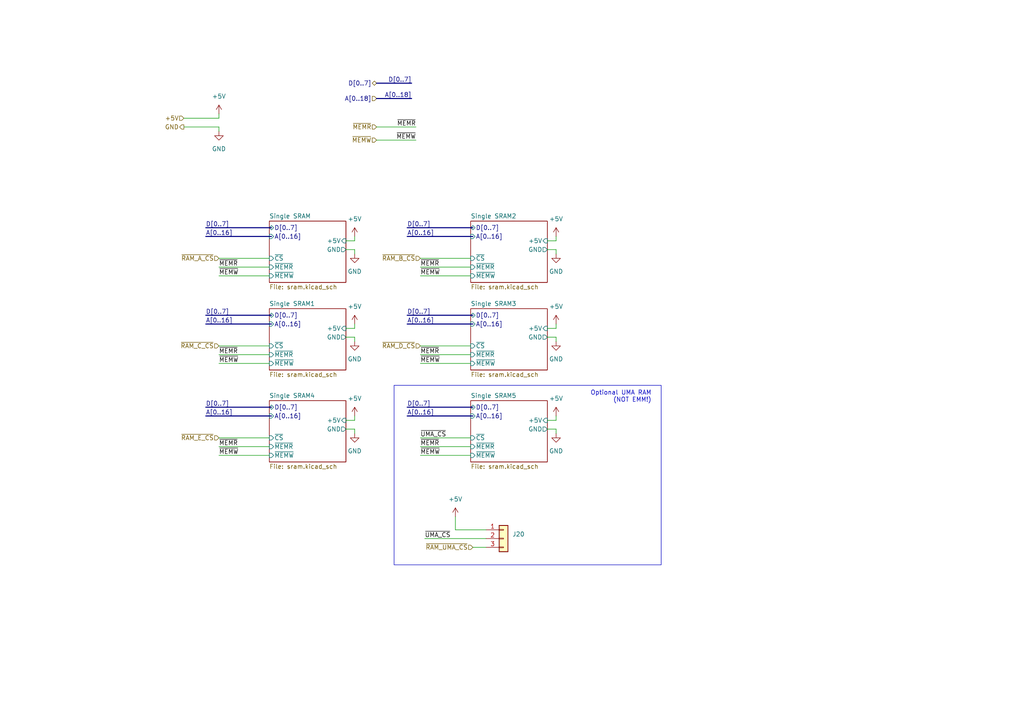
<source format=kicad_sch>
(kicad_sch
	(version 20231120)
	(generator "eeschema")
	(generator_version "8.0")
	(uuid "c80cb149-d59a-4286-8a1d-49dd5994497b")
	(paper "A4")
	(lib_symbols
		(symbol "Connector_Generic:Conn_01x03"
			(pin_names
				(offset 1.016) hide)
			(exclude_from_sim no)
			(in_bom yes)
			(on_board yes)
			(property "Reference" "J"
				(at 0 5.08 0)
				(effects
					(font
						(size 1.27 1.27)
					)
				)
			)
			(property "Value" "Conn_01x03"
				(at 0 -5.08 0)
				(effects
					(font
						(size 1.27 1.27)
					)
				)
			)
			(property "Footprint" ""
				(at 0 0 0)
				(effects
					(font
						(size 1.27 1.27)
					)
					(hide yes)
				)
			)
			(property "Datasheet" "~"
				(at 0 0 0)
				(effects
					(font
						(size 1.27 1.27)
					)
					(hide yes)
				)
			)
			(property "Description" "Generic connector, single row, 01x03, script generated (kicad-library-utils/schlib/autogen/connector/)"
				(at 0 0 0)
				(effects
					(font
						(size 1.27 1.27)
					)
					(hide yes)
				)
			)
			(property "ki_keywords" "connector"
				(at 0 0 0)
				(effects
					(font
						(size 1.27 1.27)
					)
					(hide yes)
				)
			)
			(property "ki_fp_filters" "Connector*:*_1x??_*"
				(at 0 0 0)
				(effects
					(font
						(size 1.27 1.27)
					)
					(hide yes)
				)
			)
			(symbol "Conn_01x03_1_1"
				(rectangle
					(start -1.27 -2.413)
					(end 0 -2.667)
					(stroke
						(width 0.1524)
						(type default)
					)
					(fill
						(type none)
					)
				)
				(rectangle
					(start -1.27 0.127)
					(end 0 -0.127)
					(stroke
						(width 0.1524)
						(type default)
					)
					(fill
						(type none)
					)
				)
				(rectangle
					(start -1.27 2.667)
					(end 0 2.413)
					(stroke
						(width 0.1524)
						(type default)
					)
					(fill
						(type none)
					)
				)
				(rectangle
					(start -1.27 3.81)
					(end 1.27 -3.81)
					(stroke
						(width 0.254)
						(type default)
					)
					(fill
						(type background)
					)
				)
				(pin passive line
					(at -5.08 2.54 0)
					(length 3.81)
					(name "Pin_1"
						(effects
							(font
								(size 1.27 1.27)
							)
						)
					)
					(number "1"
						(effects
							(font
								(size 1.27 1.27)
							)
						)
					)
				)
				(pin passive line
					(at -5.08 0 0)
					(length 3.81)
					(name "Pin_2"
						(effects
							(font
								(size 1.27 1.27)
							)
						)
					)
					(number "2"
						(effects
							(font
								(size 1.27 1.27)
							)
						)
					)
				)
				(pin passive line
					(at -5.08 -2.54 0)
					(length 3.81)
					(name "Pin_3"
						(effects
							(font
								(size 1.27 1.27)
							)
						)
					)
					(number "3"
						(effects
							(font
								(size 1.27 1.27)
							)
						)
					)
				)
			)
		)
		(symbol "power:+5V"
			(power)
			(pin_names
				(offset 0)
			)
			(exclude_from_sim no)
			(in_bom yes)
			(on_board yes)
			(property "Reference" "#PWR"
				(at 0 -3.81 0)
				(effects
					(font
						(size 1.27 1.27)
					)
					(hide yes)
				)
			)
			(property "Value" "+5V"
				(at 0 3.556 0)
				(effects
					(font
						(size 1.27 1.27)
					)
				)
			)
			(property "Footprint" ""
				(at 0 0 0)
				(effects
					(font
						(size 1.27 1.27)
					)
					(hide yes)
				)
			)
			(property "Datasheet" ""
				(at 0 0 0)
				(effects
					(font
						(size 1.27 1.27)
					)
					(hide yes)
				)
			)
			(property "Description" "Power symbol creates a global label with name \"+5V\""
				(at 0 0 0)
				(effects
					(font
						(size 1.27 1.27)
					)
					(hide yes)
				)
			)
			(property "ki_keywords" "global power"
				(at 0 0 0)
				(effects
					(font
						(size 1.27 1.27)
					)
					(hide yes)
				)
			)
			(symbol "+5V_0_1"
				(polyline
					(pts
						(xy -0.762 1.27) (xy 0 2.54)
					)
					(stroke
						(width 0)
						(type default)
					)
					(fill
						(type none)
					)
				)
				(polyline
					(pts
						(xy 0 0) (xy 0 2.54)
					)
					(stroke
						(width 0)
						(type default)
					)
					(fill
						(type none)
					)
				)
				(polyline
					(pts
						(xy 0 2.54) (xy 0.762 1.27)
					)
					(stroke
						(width 0)
						(type default)
					)
					(fill
						(type none)
					)
				)
			)
			(symbol "+5V_1_1"
				(pin power_in line
					(at 0 0 90)
					(length 0) hide
					(name "+5V"
						(effects
							(font
								(size 1.27 1.27)
							)
						)
					)
					(number "1"
						(effects
							(font
								(size 1.27 1.27)
							)
						)
					)
				)
			)
		)
		(symbol "power:GND"
			(power)
			(pin_names
				(offset 0)
			)
			(exclude_from_sim no)
			(in_bom yes)
			(on_board yes)
			(property "Reference" "#PWR"
				(at 0 -6.35 0)
				(effects
					(font
						(size 1.27 1.27)
					)
					(hide yes)
				)
			)
			(property "Value" "GND"
				(at 0 -3.81 0)
				(effects
					(font
						(size 1.27 1.27)
					)
				)
			)
			(property "Footprint" ""
				(at 0 0 0)
				(effects
					(font
						(size 1.27 1.27)
					)
					(hide yes)
				)
			)
			(property "Datasheet" ""
				(at 0 0 0)
				(effects
					(font
						(size 1.27 1.27)
					)
					(hide yes)
				)
			)
			(property "Description" "Power symbol creates a global label with name \"GND\" , ground"
				(at 0 0 0)
				(effects
					(font
						(size 1.27 1.27)
					)
					(hide yes)
				)
			)
			(property "ki_keywords" "global power"
				(at 0 0 0)
				(effects
					(font
						(size 1.27 1.27)
					)
					(hide yes)
				)
			)
			(symbol "GND_0_1"
				(polyline
					(pts
						(xy 0 0) (xy 0 -1.27) (xy 1.27 -1.27) (xy 0 -2.54) (xy -1.27 -1.27) (xy 0 -1.27)
					)
					(stroke
						(width 0)
						(type default)
					)
					(fill
						(type none)
					)
				)
			)
			(symbol "GND_1_1"
				(pin power_in line
					(at 0 0 270)
					(length 0) hide
					(name "GND"
						(effects
							(font
								(size 1.27 1.27)
							)
						)
					)
					(number "1"
						(effects
							(font
								(size 1.27 1.27)
							)
						)
					)
				)
			)
		)
	)
	(wire
		(pts
			(xy 161.29 69.85) (xy 161.29 68.58)
		)
		(stroke
			(width 0)
			(type default)
		)
		(uuid "02b15d3b-492c-47a7-ab7b-5653e89dd125")
	)
	(wire
		(pts
			(xy 63.5 77.47) (xy 78.105 77.47)
		)
		(stroke
			(width 0)
			(type default)
		)
		(uuid "02d631bb-7bff-4305-92af-9e98e9af850a")
	)
	(wire
		(pts
			(xy 100.33 95.25) (xy 102.87 95.25)
		)
		(stroke
			(width 0)
			(type default)
		)
		(uuid "0ac83c34-79d7-4937-a1a4-340df15cf2d4")
	)
	(bus
		(pts
			(xy 109.22 28.575) (xy 119.38 28.575)
		)
		(stroke
			(width 0)
			(type default)
		)
		(uuid "12868d05-d9d0-4cce-823a-7a33db41f29e")
	)
	(bus
		(pts
			(xy 118.11 66.04) (xy 137.16 66.04)
		)
		(stroke
			(width 0)
			(type default)
		)
		(uuid "16592825-0720-4b0c-b7f7-a5e62b6a8ddb")
	)
	(bus
		(pts
			(xy 118.11 93.98) (xy 137.16 93.98)
		)
		(stroke
			(width 0)
			(type default)
		)
		(uuid "19cbc593-ac8f-4d4e-afe8-8a5dba07312c")
	)
	(wire
		(pts
			(xy 102.87 95.25) (xy 102.87 93.98)
		)
		(stroke
			(width 0)
			(type default)
		)
		(uuid "1ef374a0-c560-4b6f-a516-f61bc5a1a89f")
	)
	(wire
		(pts
			(xy 161.29 72.39) (xy 161.29 73.66)
		)
		(stroke
			(width 0)
			(type default)
		)
		(uuid "21f2d742-d467-41c0-b31c-0e54a06f8bd7")
	)
	(wire
		(pts
			(xy 100.33 121.92) (xy 102.87 121.92)
		)
		(stroke
			(width 0)
			(type default)
		)
		(uuid "26f804e6-8333-4439-910f-c5e663b31596")
	)
	(wire
		(pts
			(xy 121.92 77.47) (xy 136.525 77.47)
		)
		(stroke
			(width 0)
			(type default)
		)
		(uuid "273ee1e3-bb1e-4ed1-961d-0fe8bfc31afd")
	)
	(wire
		(pts
			(xy 100.33 72.39) (xy 102.87 72.39)
		)
		(stroke
			(width 0)
			(type default)
		)
		(uuid "2973d781-2153-4027-9fda-3d3ffbddb80f")
	)
	(bus
		(pts
			(xy 59.69 68.58) (xy 78.74 68.58)
		)
		(stroke
			(width 0)
			(type default)
		)
		(uuid "2ca5417a-9712-4c5e-848f-7b05904d12a4")
	)
	(wire
		(pts
			(xy 121.92 132.08) (xy 136.525 132.08)
		)
		(stroke
			(width 0)
			(type default)
		)
		(uuid "33d19c53-2a22-4b9f-8dcc-4d989ac9e9af")
	)
	(bus
		(pts
			(xy 109.22 24.13) (xy 119.38 24.13)
		)
		(stroke
			(width 0)
			(type default)
		)
		(uuid "36172b30-c4bd-4f9a-9c29-b20b4104553c")
	)
	(wire
		(pts
			(xy 121.92 80.01) (xy 136.525 80.01)
		)
		(stroke
			(width 0)
			(type default)
		)
		(uuid "3b62dee7-1067-40e7-8db1-a028f70f4892")
	)
	(wire
		(pts
			(xy 121.92 74.93) (xy 136.525 74.93)
		)
		(stroke
			(width 0)
			(type default)
		)
		(uuid "3d7df9f5-2279-4355-9e54-1a138716aeb6")
	)
	(wire
		(pts
			(xy 158.75 97.79) (xy 161.29 97.79)
		)
		(stroke
			(width 0)
			(type default)
		)
		(uuid "3dee1674-d97a-4cf3-8caf-e0ffe091e959")
	)
	(wire
		(pts
			(xy 123.19 156.21) (xy 140.97 156.21)
		)
		(stroke
			(width 0)
			(type default)
		)
		(uuid "3f486071-e990-4316-b6cd-c36950db1417")
	)
	(wire
		(pts
			(xy 63.5 36.83) (xy 63.5 38.1)
		)
		(stroke
			(width 0)
			(type default)
		)
		(uuid "43fa1e72-0633-45f3-8ef9-ae38333a1e97")
	)
	(bus
		(pts
			(xy 118.11 68.58) (xy 137.16 68.58)
		)
		(stroke
			(width 0)
			(type default)
		)
		(uuid "45a7a839-6d92-4f2c-92d3-d35cd18475a4")
	)
	(bus
		(pts
			(xy 59.69 93.98) (xy 78.74 93.98)
		)
		(stroke
			(width 0)
			(type default)
		)
		(uuid "48287f21-9534-45d8-8b17-ee6c8e06e941")
	)
	(wire
		(pts
			(xy 161.29 97.79) (xy 161.29 99.06)
		)
		(stroke
			(width 0)
			(type default)
		)
		(uuid "51a1fd61-d50e-48ca-ae82-0dc6aeda2724")
	)
	(wire
		(pts
			(xy 132.08 153.67) (xy 140.97 153.67)
		)
		(stroke
			(width 0)
			(type default)
		)
		(uuid "5da6768a-4d7a-4c95-b7e8-1acabff25a83")
	)
	(wire
		(pts
			(xy 63.5 132.08) (xy 78.105 132.08)
		)
		(stroke
			(width 0)
			(type default)
		)
		(uuid "5eb5189a-592e-4128-a6bf-9fdb232cb09d")
	)
	(wire
		(pts
			(xy 158.75 121.92) (xy 161.29 121.92)
		)
		(stroke
			(width 0)
			(type default)
		)
		(uuid "6432b1ac-d783-40aa-af0e-9d19bad699bf")
	)
	(wire
		(pts
			(xy 63.5 105.41) (xy 78.105 105.41)
		)
		(stroke
			(width 0)
			(type default)
		)
		(uuid "68867814-1428-4a6e-aa82-28ebc463302f")
	)
	(bus
		(pts
			(xy 59.69 91.44) (xy 78.74 91.44)
		)
		(stroke
			(width 0)
			(type default)
		)
		(uuid "69064093-8b21-4232-8b51-e0fdb2819a33")
	)
	(wire
		(pts
			(xy 161.29 121.92) (xy 161.29 120.65)
		)
		(stroke
			(width 0)
			(type default)
		)
		(uuid "6a98587c-7cce-4bbe-a1ad-31b85ae22263")
	)
	(wire
		(pts
			(xy 121.92 127) (xy 136.525 127)
		)
		(stroke
			(width 0)
			(type default)
		)
		(uuid "6b8b0904-8c5d-432b-a083-04f31d582148")
	)
	(wire
		(pts
			(xy 109.22 36.83) (xy 120.65 36.83)
		)
		(stroke
			(width 0)
			(type default)
		)
		(uuid "6e2adfbc-27e1-484a-9cf1-6356679b7728")
	)
	(wire
		(pts
			(xy 109.22 40.64) (xy 120.65 40.64)
		)
		(stroke
			(width 0)
			(type default)
		)
		(uuid "6e85ebb9-3187-4376-af65-267a9ae07fce")
	)
	(wire
		(pts
			(xy 121.92 100.33) (xy 136.525 100.33)
		)
		(stroke
			(width 0)
			(type default)
		)
		(uuid "6faee922-7890-4cde-b22f-47ca64eb4eec")
	)
	(wire
		(pts
			(xy 161.29 124.46) (xy 161.29 125.73)
		)
		(stroke
			(width 0)
			(type default)
		)
		(uuid "73c3d386-a5c1-4666-b3f7-dba36bec0387")
	)
	(wire
		(pts
			(xy 100.33 124.46) (xy 102.87 124.46)
		)
		(stroke
			(width 0)
			(type default)
		)
		(uuid "73d0ec36-9330-42e0-9386-60a31d2c31fa")
	)
	(bus
		(pts
			(xy 118.11 91.44) (xy 137.16 91.44)
		)
		(stroke
			(width 0)
			(type default)
		)
		(uuid "7ac2a405-b871-4784-a710-f4aad06f199e")
	)
	(wire
		(pts
			(xy 63.5 100.33) (xy 78.105 100.33)
		)
		(stroke
			(width 0)
			(type default)
		)
		(uuid "82665652-42b8-4add-ae70-5b114196b8c8")
	)
	(bus
		(pts
			(xy 118.11 118.11) (xy 137.16 118.11)
		)
		(stroke
			(width 0)
			(type default)
		)
		(uuid "83f6d793-df05-4c89-8be5-cad3c53a3d16")
	)
	(wire
		(pts
			(xy 102.87 72.39) (xy 102.87 73.66)
		)
		(stroke
			(width 0)
			(type default)
		)
		(uuid "8e569522-ff04-43bf-8559-8af97fa8db84")
	)
	(wire
		(pts
			(xy 102.87 121.92) (xy 102.87 120.65)
		)
		(stroke
			(width 0)
			(type default)
		)
		(uuid "91449d83-1635-447e-b86f-c4a3658f3bd0")
	)
	(wire
		(pts
			(xy 158.75 124.46) (xy 161.29 124.46)
		)
		(stroke
			(width 0)
			(type default)
		)
		(uuid "9a5dd82c-ded0-43cb-a0d1-cb69f276df40")
	)
	(wire
		(pts
			(xy 63.5 127) (xy 78.105 127)
		)
		(stroke
			(width 0)
			(type default)
		)
		(uuid "9b9d6e7e-703e-48b5-b92f-2bd15bcbc389")
	)
	(wire
		(pts
			(xy 132.08 149.86) (xy 132.08 153.67)
		)
		(stroke
			(width 0)
			(type default)
		)
		(uuid "a002685a-b2dc-44c5-b18d-ccbb38025d7a")
	)
	(wire
		(pts
			(xy 121.92 102.87) (xy 136.525 102.87)
		)
		(stroke
			(width 0)
			(type default)
		)
		(uuid "a325c83b-a9fe-4c7d-93a8-354dd0c24c17")
	)
	(bus
		(pts
			(xy 59.69 66.04) (xy 78.74 66.04)
		)
		(stroke
			(width 0)
			(type default)
		)
		(uuid "a64621eb-6536-4a12-9a05-013f6c8cfd8d")
	)
	(wire
		(pts
			(xy 63.5 74.93) (xy 78.105 74.93)
		)
		(stroke
			(width 0)
			(type default)
		)
		(uuid "a8d7349f-b397-4823-8161-ee2519692f1f")
	)
	(wire
		(pts
			(xy 137.16 158.75) (xy 140.97 158.75)
		)
		(stroke
			(width 0)
			(type default)
		)
		(uuid "ad299b8b-a880-4a6c-9ab1-f5a767b53484")
	)
	(wire
		(pts
			(xy 158.75 95.25) (xy 161.29 95.25)
		)
		(stroke
			(width 0)
			(type default)
		)
		(uuid "adc6c063-615a-41ca-b96a-b54e7cc0a2ce")
	)
	(wire
		(pts
			(xy 53.34 34.29) (xy 63.5 34.29)
		)
		(stroke
			(width 0)
			(type default)
		)
		(uuid "b0c8868f-6335-46b0-8391-5e6bd64b162a")
	)
	(bus
		(pts
			(xy 118.11 120.65) (xy 137.16 120.65)
		)
		(stroke
			(width 0)
			(type default)
		)
		(uuid "b12575ca-23e7-4260-91c5-eab04993dc48")
	)
	(wire
		(pts
			(xy 102.87 69.85) (xy 102.87 68.58)
		)
		(stroke
			(width 0)
			(type default)
		)
		(uuid "b56aaa0d-3320-4acc-80d1-832a729125c5")
	)
	(wire
		(pts
			(xy 102.87 124.46) (xy 102.87 125.73)
		)
		(stroke
			(width 0)
			(type default)
		)
		(uuid "bb009e50-afb5-4ada-9908-3f6c49152c6b")
	)
	(wire
		(pts
			(xy 121.92 105.41) (xy 136.525 105.41)
		)
		(stroke
			(width 0)
			(type default)
		)
		(uuid "be1cd724-bd35-464f-afd7-913241f3f791")
	)
	(wire
		(pts
			(xy 158.75 69.85) (xy 161.29 69.85)
		)
		(stroke
			(width 0)
			(type default)
		)
		(uuid "cb00ef6c-f271-4f23-8aa9-43deece854dd")
	)
	(wire
		(pts
			(xy 63.5 129.54) (xy 78.105 129.54)
		)
		(stroke
			(width 0)
			(type default)
		)
		(uuid "d03f5bdf-d31d-414b-83b0-a7961634d980")
	)
	(bus
		(pts
			(xy 59.69 120.65) (xy 78.74 120.65)
		)
		(stroke
			(width 0)
			(type default)
		)
		(uuid "d89e5293-9d14-4009-8648-f1bf17103e16")
	)
	(wire
		(pts
			(xy 63.5 34.29) (xy 63.5 33.02)
		)
		(stroke
			(width 0)
			(type default)
		)
		(uuid "de1fbb63-3197-41aa-ab7d-cf6765f9bb6d")
	)
	(wire
		(pts
			(xy 63.5 102.87) (xy 78.105 102.87)
		)
		(stroke
			(width 0)
			(type default)
		)
		(uuid "e971407b-0534-493d-a088-f103a34ccc2e")
	)
	(wire
		(pts
			(xy 161.29 95.25) (xy 161.29 93.98)
		)
		(stroke
			(width 0)
			(type default)
		)
		(uuid "ea5fad5a-f1c3-46bb-9c75-16607e30bbbe")
	)
	(wire
		(pts
			(xy 53.34 36.83) (xy 63.5 36.83)
		)
		(stroke
			(width 0)
			(type default)
		)
		(uuid "eb88d9f1-a0a7-4778-9ac6-341ff6d9b74b")
	)
	(wire
		(pts
			(xy 63.5 80.01) (xy 78.105 80.01)
		)
		(stroke
			(width 0)
			(type default)
		)
		(uuid "ed18325c-58a1-4c97-95e3-35173a9c9b09")
	)
	(wire
		(pts
			(xy 102.87 97.79) (xy 102.87 99.06)
		)
		(stroke
			(width 0)
			(type default)
		)
		(uuid "eec47f2e-72c0-43a3-8844-acd14c2f0021")
	)
	(wire
		(pts
			(xy 100.33 69.85) (xy 102.87 69.85)
		)
		(stroke
			(width 0)
			(type default)
		)
		(uuid "ef89ff66-4da0-4956-9f34-50cc0142546a")
	)
	(bus
		(pts
			(xy 59.69 118.11) (xy 78.74 118.11)
		)
		(stroke
			(width 0)
			(type default)
		)
		(uuid "f2b6c3b4-c603-4a8f-a90b-163938f72c34")
	)
	(wire
		(pts
			(xy 100.33 97.79) (xy 102.87 97.79)
		)
		(stroke
			(width 0)
			(type default)
		)
		(uuid "f2fce430-c685-4111-95d0-3f6b9c7feea0")
	)
	(wire
		(pts
			(xy 121.92 129.54) (xy 136.525 129.54)
		)
		(stroke
			(width 0)
			(type default)
		)
		(uuid "f36e696e-359e-451a-bd34-73ebbe6d52fd")
	)
	(wire
		(pts
			(xy 158.75 72.39) (xy 161.29 72.39)
		)
		(stroke
			(width 0)
			(type default)
		)
		(uuid "f8b0be5d-da21-49d8-8667-73f5247c39ce")
	)
	(rectangle
		(start 114.3 111.76)
		(end 191.77 163.83)
		(stroke
			(width 0)
			(type default)
		)
		(fill
			(type none)
		)
		(uuid 34719d50-886c-479a-8f98-dc46a2927e53)
	)
	(text "Optional UMA RAM\n(NOT EMM!)"
		(exclude_from_sim no)
		(at 188.976 115.062 0)
		(effects
			(font
				(size 1.27 1.27)
			)
			(justify right)
		)
		(uuid "5bd82cc5-bac7-4f85-b824-3eb87c0497ef")
	)
	(label "A[0..16]"
		(at 118.11 68.58 0)
		(fields_autoplaced yes)
		(effects
			(font
				(size 1.27 1.27)
			)
			(justify left bottom)
		)
		(uuid "098a5ac0-0de7-40cd-ae2c-84adca64cdd3")
	)
	(label "~{MEMW}"
		(at 121.92 132.08 0)
		(fields_autoplaced yes)
		(effects
			(font
				(size 1.27 1.27)
			)
			(justify left bottom)
		)
		(uuid "0bc2c172-a5ad-45c6-aeb1-36c77deb1471")
	)
	(label "D[0..7]"
		(at 118.11 66.04 0)
		(fields_autoplaced yes)
		(effects
			(font
				(size 1.27 1.27)
			)
			(justify left bottom)
		)
		(uuid "0df94986-49ed-45ab-80e8-bfd3f6128fd6")
	)
	(label "~{MEMR}"
		(at 121.92 102.87 0)
		(fields_autoplaced yes)
		(effects
			(font
				(size 1.27 1.27)
			)
			(justify left bottom)
		)
		(uuid "10eca1eb-bb2e-4e68-836a-03916f4efc3d")
	)
	(label "~{MEMW}"
		(at 121.92 80.01 0)
		(fields_autoplaced yes)
		(effects
			(font
				(size 1.27 1.27)
			)
			(justify left bottom)
		)
		(uuid "12036d9f-da95-42d9-8187-8dec9717e5bd")
	)
	(label "A[0..16]"
		(at 59.69 93.98 0)
		(fields_autoplaced yes)
		(effects
			(font
				(size 1.27 1.27)
			)
			(justify left bottom)
		)
		(uuid "15b533fd-56eb-4cb4-bc41-f51a620c002a")
	)
	(label "~{MEMW}"
		(at 121.92 105.41 0)
		(fields_autoplaced yes)
		(effects
			(font
				(size 1.27 1.27)
			)
			(justify left bottom)
		)
		(uuid "1e99afb3-e834-4182-988f-a3e87dbede25")
	)
	(label "~{MEMR}"
		(at 63.5 102.87 0)
		(fields_autoplaced yes)
		(effects
			(font
				(size 1.27 1.27)
			)
			(justify left bottom)
		)
		(uuid "46dac14c-c3a4-471a-8893-e1143257484b")
	)
	(label "D[0..7]"
		(at 59.69 91.44 0)
		(fields_autoplaced yes)
		(effects
			(font
				(size 1.27 1.27)
			)
			(justify left bottom)
		)
		(uuid "5741b147-e4c2-4348-b844-62d8476f4764")
	)
	(label "~{MEMR}"
		(at 120.65 36.83 180)
		(fields_autoplaced yes)
		(effects
			(font
				(size 1.27 1.27)
			)
			(justify right bottom)
		)
		(uuid "619ef0f1-36d4-4fa5-83fe-8db657fcc366")
	)
	(label "D[0..7]"
		(at 59.69 66.04 0)
		(fields_autoplaced yes)
		(effects
			(font
				(size 1.27 1.27)
			)
			(justify left bottom)
		)
		(uuid "682164c3-323e-4a2a-a507-5af4262a719b")
	)
	(label "A[0..16]"
		(at 118.11 120.65 0)
		(fields_autoplaced yes)
		(effects
			(font
				(size 1.27 1.27)
			)
			(justify left bottom)
		)
		(uuid "69881f41-59f0-4de9-8e98-957b37a69503")
	)
	(label "A[0..18]"
		(at 119.38 28.575 180)
		(fields_autoplaced yes)
		(effects
			(font
				(size 1.27 1.27)
			)
			(justify right bottom)
		)
		(uuid "771a1827-35ae-4a04-92be-f571c0c9db3f")
	)
	(label "A[0..16]"
		(at 118.11 93.98 0)
		(fields_autoplaced yes)
		(effects
			(font
				(size 1.27 1.27)
			)
			(justify left bottom)
		)
		(uuid "8811f007-6c34-4863-a7bb-3c5f55d5081f")
	)
	(label "D[0..7]"
		(at 118.11 118.11 0)
		(fields_autoplaced yes)
		(effects
			(font
				(size 1.27 1.27)
			)
			(justify left bottom)
		)
		(uuid "8dba1663-bb95-41d3-9c99-82c996f521f5")
	)
	(label "~{MEMR}"
		(at 63.5 129.54 0)
		(fields_autoplaced yes)
		(effects
			(font
				(size 1.27 1.27)
			)
			(justify left bottom)
		)
		(uuid "92b5bde4-dc50-4316-879b-f63df4b03435")
	)
	(label "D[0..7]"
		(at 118.11 91.44 0)
		(fields_autoplaced yes)
		(effects
			(font
				(size 1.27 1.27)
			)
			(justify left bottom)
		)
		(uuid "9503f6d8-d59c-429c-92f1-3316c154d203")
	)
	(label "A[0..16]"
		(at 59.69 120.65 0)
		(fields_autoplaced yes)
		(effects
			(font
				(size 1.27 1.27)
			)
			(justify left bottom)
		)
		(uuid "958d97c7-23c1-43e2-9af0-43f48a9b7baf")
	)
	(label "~{UMA_CS}"
		(at 121.92 127 0)
		(fields_autoplaced yes)
		(effects
			(font
				(size 1.27 1.27)
			)
			(justify left bottom)
		)
		(uuid "9f3a6976-22aa-43dc-bd99-792a6edad93b")
	)
	(label "~{MEMW}"
		(at 63.5 132.08 0)
		(fields_autoplaced yes)
		(effects
			(font
				(size 1.27 1.27)
			)
			(justify left bottom)
		)
		(uuid "a10a0183-a088-4fed-a374-7f423d3861af")
	)
	(label "~{MEMW}"
		(at 63.5 80.01 0)
		(fields_autoplaced yes)
		(effects
			(font
				(size 1.27 1.27)
			)
			(justify left bottom)
		)
		(uuid "a4ee53e2-183d-40a6-915c-c02f029ef27f")
	)
	(label "~{MEMR}"
		(at 121.92 77.47 0)
		(fields_autoplaced yes)
		(effects
			(font
				(size 1.27 1.27)
			)
			(justify left bottom)
		)
		(uuid "a8b26a72-104e-4903-a072-e181be499930")
	)
	(label "~{MEMW}"
		(at 120.65 40.64 180)
		(fields_autoplaced yes)
		(effects
			(font
				(size 1.27 1.27)
			)
			(justify right bottom)
		)
		(uuid "aa92e865-9d17-45e6-a6ba-a8bcf3fe0203")
	)
	(label "~{MEMW}"
		(at 63.5 105.41 0)
		(fields_autoplaced yes)
		(effects
			(font
				(size 1.27 1.27)
			)
			(justify left bottom)
		)
		(uuid "b47f4a33-4c0f-4477-bb0a-503432d08726")
	)
	(label "~{UMA_CS}"
		(at 123.19 156.21 0)
		(fields_autoplaced yes)
		(effects
			(font
				(size 1.27 1.27)
			)
			(justify left bottom)
		)
		(uuid "b81e9e41-1d2f-4281-8c98-8cbcc22aa07a")
	)
	(label "D[0..7]"
		(at 119.38 24.13 180)
		(fields_autoplaced yes)
		(effects
			(font
				(size 1.27 1.27)
			)
			(justify right bottom)
		)
		(uuid "e123bc42-4902-43cc-96f8-829d3f544173")
	)
	(label "~{MEMR}"
		(at 121.92 129.54 0)
		(fields_autoplaced yes)
		(effects
			(font
				(size 1.27 1.27)
			)
			(justify left bottom)
		)
		(uuid "e3232940-db2f-4f3f-94e7-f8ae672d1f70")
	)
	(label "~{MEMR}"
		(at 63.5 77.47 0)
		(fields_autoplaced yes)
		(effects
			(font
				(size 1.27 1.27)
			)
			(justify left bottom)
		)
		(uuid "e4f2d1fe-f55e-40dc-9c0d-a3ca974286b1")
	)
	(label "D[0..7]"
		(at 59.69 118.11 0)
		(fields_autoplaced yes)
		(effects
			(font
				(size 1.27 1.27)
			)
			(justify left bottom)
		)
		(uuid "f1ec1369-dfe2-469f-84f2-f23382716527")
	)
	(label "A[0..16]"
		(at 59.69 68.58 0)
		(fields_autoplaced yes)
		(effects
			(font
				(size 1.27 1.27)
			)
			(justify left bottom)
		)
		(uuid "ff7fa03b-3aee-43e7-8a5d-196730ef1607")
	)
	(hierarchical_label "~{RAM_E_CS}"
		(shape input)
		(at 63.5 127 180)
		(fields_autoplaced yes)
		(effects
			(font
				(size 1.27 1.27)
			)
			(justify right)
		)
		(uuid "0ba2ae56-5692-44d3-becd-36d01fee924b")
	)
	(hierarchical_label "~{MEMW}"
		(shape input)
		(at 109.22 40.64 180)
		(fields_autoplaced yes)
		(effects
			(font
				(size 1.27 1.27)
			)
			(justify right)
		)
		(uuid "0f10f364-7708-4b1f-b636-fe1dbde993ab")
	)
	(hierarchical_label "~{RAM_B_CS}"
		(shape input)
		(at 121.92 74.93 180)
		(fields_autoplaced yes)
		(effects
			(font
				(size 1.27 1.27)
			)
			(justify right)
		)
		(uuid "20b8f6ab-f90f-498f-9be8-6d6ec080af36")
	)
	(hierarchical_label "+5V"
		(shape input)
		(at 53.34 34.29 180)
		(fields_autoplaced yes)
		(effects
			(font
				(size 1.27 1.27)
			)
			(justify right)
		)
		(uuid "37ea6d5c-c4f9-44ed-9f1b-44c6e86969d8")
	)
	(hierarchical_label "GND"
		(shape output)
		(at 53.34 36.83 180)
		(fields_autoplaced yes)
		(effects
			(font
				(size 1.27 1.27)
			)
			(justify right)
		)
		(uuid "793aa57f-54e5-4c49-ab9c-bf3971deb906")
	)
	(hierarchical_label "~{RAM_A_CS}"
		(shape input)
		(at 63.5 74.93 180)
		(fields_autoplaced yes)
		(effects
			(font
				(size 1.27 1.27)
			)
			(justify right)
		)
		(uuid "8daa46ef-f3ce-4e4a-aaf9-6b82321429b6")
	)
	(hierarchical_label "~{MEMR}"
		(shape input)
		(at 109.22 36.83 180)
		(fields_autoplaced yes)
		(effects
			(font
				(size 1.27 1.27)
			)
			(justify right)
		)
		(uuid "917a2aa4-2ef5-411e-a6e5-a8832aa04d94")
	)
	(hierarchical_label "~{RAM_UMA_CS}"
		(shape input)
		(at 137.16 158.75 180)
		(fields_autoplaced yes)
		(effects
			(font
				(size 1.27 1.27)
			)
			(justify right)
		)
		(uuid "a19fe89a-3a2b-4992-9d9d-b870c48da548")
	)
	(hierarchical_label "D[0..7]"
		(shape bidirectional)
		(at 109.22 24.13 180)
		(fields_autoplaced yes)
		(effects
			(font
				(size 1.27 1.27)
			)
			(justify right)
		)
		(uuid "d237362d-ab1f-489d-a93c-f4d6a87b246a")
	)
	(hierarchical_label "~{RAM_D_CS}"
		(shape input)
		(at 121.92 100.33 180)
		(fields_autoplaced yes)
		(effects
			(font
				(size 1.27 1.27)
			)
			(justify right)
		)
		(uuid "e05ca2fb-20f1-4ff6-8c82-8feb53aaaf00")
	)
	(hierarchical_label "A[0..18]"
		(shape input)
		(at 109.22 28.575 180)
		(fields_autoplaced yes)
		(effects
			(font
				(size 1.27 1.27)
			)
			(justify right)
		)
		(uuid "eaa5a6a1-13e6-49fc-8316-78cbc158b6c9")
	)
	(hierarchical_label "~{RAM_C_CS}"
		(shape input)
		(at 63.5 100.33 180)
		(fields_autoplaced yes)
		(effects
			(font
				(size 1.27 1.27)
			)
			(justify right)
		)
		(uuid "ededeab4-53b5-40ac-b5cc-b6481038ebcf")
	)
	(symbol
		(lib_id "power:+5V")
		(at 161.29 93.98 0)
		(unit 1)
		(exclude_from_sim no)
		(in_bom yes)
		(on_board yes)
		(dnp no)
		(fields_autoplaced yes)
		(uuid "08dd3ed6-65f7-4417-bf09-3c9a2c745cfe")
		(property "Reference" "#PWR0250"
			(at 161.29 97.79 0)
			(effects
				(font
					(size 1.27 1.27)
				)
				(hide yes)
			)
		)
		(property "Value" "+5V"
			(at 161.29 88.9 0)
			(effects
				(font
					(size 1.27 1.27)
				)
			)
		)
		(property "Footprint" ""
			(at 161.29 93.98 0)
			(effects
				(font
					(size 1.27 1.27)
				)
				(hide yes)
			)
		)
		(property "Datasheet" ""
			(at 161.29 93.98 0)
			(effects
				(font
					(size 1.27 1.27)
				)
				(hide yes)
			)
		)
		(property "Description" ""
			(at 161.29 93.98 0)
			(effects
				(font
					(size 1.27 1.27)
				)
				(hide yes)
			)
		)
		(pin "1"
			(uuid "c67cc3f9-d6c7-4423-a619-3e9cf9f766c5")
		)
		(instances
			(project "sbc_8088"
				(path "/5e468d94-0319-44d1-a77f-2adc451eed13/60e3f5cc-e9a1-4c51-8079-4abea41f3ef6"
					(reference "#PWR0250")
					(unit 1)
				)
			)
		)
	)
	(symbol
		(lib_id "power:GND")
		(at 102.87 99.06 0)
		(unit 1)
		(exclude_from_sim no)
		(in_bom yes)
		(on_board yes)
		(dnp no)
		(fields_autoplaced yes)
		(uuid "15076fdc-48ad-40d4-bf78-72388420c8c3")
		(property "Reference" "#PWR0235"
			(at 102.87 105.41 0)
			(effects
				(font
					(size 1.27 1.27)
				)
				(hide yes)
			)
		)
		(property "Value" "GND"
			(at 102.87 104.14 0)
			(effects
				(font
					(size 1.27 1.27)
				)
			)
		)
		(property "Footprint" ""
			(at 102.87 99.06 0)
			(effects
				(font
					(size 1.27 1.27)
				)
				(hide yes)
			)
		)
		(property "Datasheet" ""
			(at 102.87 99.06 0)
			(effects
				(font
					(size 1.27 1.27)
				)
				(hide yes)
			)
		)
		(property "Description" ""
			(at 102.87 99.06 0)
			(effects
				(font
					(size 1.27 1.27)
				)
				(hide yes)
			)
		)
		(pin "1"
			(uuid "daac1f4b-fa62-4cab-bcdb-3e266ee0e3f6")
		)
		(instances
			(project "sbc_8088"
				(path "/5e468d94-0319-44d1-a77f-2adc451eed13/60e3f5cc-e9a1-4c51-8079-4abea41f3ef6"
					(reference "#PWR0235")
					(unit 1)
				)
			)
		)
	)
	(symbol
		(lib_id "power:+5V")
		(at 132.08 149.86 0)
		(unit 1)
		(exclude_from_sim no)
		(in_bom yes)
		(on_board yes)
		(dnp no)
		(fields_autoplaced yes)
		(uuid "3bbd0896-7d7e-4507-91c3-6a82f6544ff8")
		(property "Reference" "#PWR0395"
			(at 132.08 153.67 0)
			(effects
				(font
					(size 1.27 1.27)
				)
				(hide yes)
			)
		)
		(property "Value" "+5V"
			(at 132.08 144.78 0)
			(effects
				(font
					(size 1.27 1.27)
				)
			)
		)
		(property "Footprint" ""
			(at 132.08 149.86 0)
			(effects
				(font
					(size 1.27 1.27)
				)
				(hide yes)
			)
		)
		(property "Datasheet" ""
			(at 132.08 149.86 0)
			(effects
				(font
					(size 1.27 1.27)
				)
				(hide yes)
			)
		)
		(property "Description" ""
			(at 132.08 149.86 0)
			(effects
				(font
					(size 1.27 1.27)
				)
				(hide yes)
			)
		)
		(pin "1"
			(uuid "30921d4f-f680-44f0-8cab-8594783dfa33")
		)
		(instances
			(project "sbc_8088"
				(path "/5e468d94-0319-44d1-a77f-2adc451eed13/60e3f5cc-e9a1-4c51-8079-4abea41f3ef6"
					(reference "#PWR0395")
					(unit 1)
				)
			)
		)
	)
	(symbol
		(lib_id "Connector_Generic:Conn_01x03")
		(at 146.05 156.21 0)
		(unit 1)
		(exclude_from_sim no)
		(in_bom yes)
		(on_board yes)
		(dnp no)
		(fields_autoplaced yes)
		(uuid "3e1cd2b5-a79e-43ec-acb9-469f4b079710")
		(property "Reference" "J20"
			(at 148.59 154.9399 0)
			(effects
				(font
					(size 1.27 1.27)
				)
				(justify left)
			)
		)
		(property "Value" "Conn_01x03"
			(at 148.59 157.4799 0)
			(effects
				(font
					(size 1.27 1.27)
				)
				(justify left)
				(hide yes)
			)
		)
		(property "Footprint" "Connector_PinHeader_2.54mm:PinHeader_1x03_P2.54mm_Vertical"
			(at 146.05 156.21 0)
			(effects
				(font
					(size 1.27 1.27)
				)
				(hide yes)
			)
		)
		(property "Datasheet" "~"
			(at 146.05 156.21 0)
			(effects
				(font
					(size 1.27 1.27)
				)
				(hide yes)
			)
		)
		(property "Description" "Generic connector, single row, 01x03, script generated (kicad-library-utils/schlib/autogen/connector/)"
			(at 146.05 156.21 0)
			(effects
				(font
					(size 1.27 1.27)
				)
				(hide yes)
			)
		)
		(property "LCSC Part #" "C124376"
			(at 146.05 156.21 0)
			(effects
				(font
					(size 1.27 1.27)
				)
				(hide yes)
			)
		)
		(property "Height" ""
			(at 146.05 156.21 0)
			(effects
				(font
					(size 1.27 1.27)
				)
				(hide yes)
			)
		)
		(property "Manufacturer_Name" ""
			(at 146.05 156.21 0)
			(effects
				(font
					(size 1.27 1.27)
				)
				(hide yes)
			)
		)
		(property "Manufacturer_Part_Number" ""
			(at 146.05 156.21 0)
			(effects
				(font
					(size 1.27 1.27)
				)
				(hide yes)
			)
		)
		(property "Mouser Part Number" ""
			(at 146.05 156.21 0)
			(effects
				(font
					(size 1.27 1.27)
				)
				(hide yes)
			)
		)
		(property "Mouser Price/Stock" ""
			(at 146.05 156.21 0)
			(effects
				(font
					(size 1.27 1.27)
				)
				(hide yes)
			)
		)
		(pin "2"
			(uuid "49926f8a-40b1-4202-9061-027ff0d5ab94")
		)
		(pin "1"
			(uuid "9d790baf-913a-4fc3-8453-e3faa9be7372")
		)
		(pin "3"
			(uuid "9fa08043-92b8-40bc-96ca-5cd9d9286b8d")
		)
		(instances
			(project "sbc_8088"
				(path "/5e468d94-0319-44d1-a77f-2adc451eed13/60e3f5cc-e9a1-4c51-8079-4abea41f3ef6"
					(reference "J20")
					(unit 1)
				)
			)
		)
	)
	(symbol
		(lib_id "power:GND")
		(at 63.5 38.1 0)
		(unit 1)
		(exclude_from_sim no)
		(in_bom yes)
		(on_board yes)
		(dnp no)
		(fields_autoplaced yes)
		(uuid "4322f6b5-04ff-4b1b-b217-3a18a815cc1e")
		(property "Reference" "#PWR0219"
			(at 63.5 44.45 0)
			(effects
				(font
					(size 1.27 1.27)
				)
				(hide yes)
			)
		)
		(property "Value" "GND"
			(at 63.5 43.18 0)
			(effects
				(font
					(size 1.27 1.27)
				)
			)
		)
		(property "Footprint" ""
			(at 63.5 38.1 0)
			(effects
				(font
					(size 1.27 1.27)
				)
				(hide yes)
			)
		)
		(property "Datasheet" ""
			(at 63.5 38.1 0)
			(effects
				(font
					(size 1.27 1.27)
				)
				(hide yes)
			)
		)
		(property "Description" ""
			(at 63.5 38.1 0)
			(effects
				(font
					(size 1.27 1.27)
				)
				(hide yes)
			)
		)
		(pin "1"
			(uuid "608a38e7-cb9f-4818-a981-50e0e6c25753")
		)
		(instances
			(project "sbc_8088"
				(path "/5e468d94-0319-44d1-a77f-2adc451eed13/60e3f5cc-e9a1-4c51-8079-4abea41f3ef6"
					(reference "#PWR0219")
					(unit 1)
				)
			)
		)
	)
	(symbol
		(lib_id "power:+5V")
		(at 63.5 33.02 0)
		(unit 1)
		(exclude_from_sim no)
		(in_bom yes)
		(on_board yes)
		(dnp no)
		(fields_autoplaced yes)
		(uuid "4c04b194-2f9d-402f-a5ce-b8b0f392cd9c")
		(property "Reference" "#PWR0218"
			(at 63.5 36.83 0)
			(effects
				(font
					(size 1.27 1.27)
				)
				(hide yes)
			)
		)
		(property "Value" "+5V"
			(at 63.5 27.94 0)
			(effects
				(font
					(size 1.27 1.27)
				)
			)
		)
		(property "Footprint" ""
			(at 63.5 33.02 0)
			(effects
				(font
					(size 1.27 1.27)
				)
				(hide yes)
			)
		)
		(property "Datasheet" ""
			(at 63.5 33.02 0)
			(effects
				(font
					(size 1.27 1.27)
				)
				(hide yes)
			)
		)
		(property "Description" ""
			(at 63.5 33.02 0)
			(effects
				(font
					(size 1.27 1.27)
				)
				(hide yes)
			)
		)
		(pin "1"
			(uuid "80ba1dae-e5cd-45d8-ab87-dcad67237c52")
		)
		(instances
			(project "sbc_8088"
				(path "/5e468d94-0319-44d1-a77f-2adc451eed13/60e3f5cc-e9a1-4c51-8079-4abea41f3ef6"
					(reference "#PWR0218")
					(unit 1)
				)
			)
		)
	)
	(symbol
		(lib_id "power:GND")
		(at 161.29 125.73 0)
		(unit 1)
		(exclude_from_sim no)
		(in_bom yes)
		(on_board yes)
		(dnp no)
		(fields_autoplaced yes)
		(uuid "645df361-59a3-4b5f-8519-0f7e1a20b4ad")
		(property "Reference" "#PWR0394"
			(at 161.29 132.08 0)
			(effects
				(font
					(size 1.27 1.27)
				)
				(hide yes)
			)
		)
		(property "Value" "GND"
			(at 161.29 130.81 0)
			(effects
				(font
					(size 1.27 1.27)
				)
			)
		)
		(property "Footprint" ""
			(at 161.29 125.73 0)
			(effects
				(font
					(size 1.27 1.27)
				)
				(hide yes)
			)
		)
		(property "Datasheet" ""
			(at 161.29 125.73 0)
			(effects
				(font
					(size 1.27 1.27)
				)
				(hide yes)
			)
		)
		(property "Description" ""
			(at 161.29 125.73 0)
			(effects
				(font
					(size 1.27 1.27)
				)
				(hide yes)
			)
		)
		(pin "1"
			(uuid "154b866b-95e1-4484-ac5e-da15ddf6507e")
		)
		(instances
			(project "sbc_8088"
				(path "/5e468d94-0319-44d1-a77f-2adc451eed13/60e3f5cc-e9a1-4c51-8079-4abea41f3ef6"
					(reference "#PWR0394")
					(unit 1)
				)
			)
		)
	)
	(symbol
		(lib_id "power:GND")
		(at 102.87 73.66 0)
		(unit 1)
		(exclude_from_sim no)
		(in_bom yes)
		(on_board yes)
		(dnp no)
		(fields_autoplaced yes)
		(uuid "69a8c64c-0b94-442a-81ac-2feff11ee513")
		(property "Reference" "#PWR0233"
			(at 102.87 80.01 0)
			(effects
				(font
					(size 1.27 1.27)
				)
				(hide yes)
			)
		)
		(property "Value" "GND"
			(at 102.87 78.74 0)
			(effects
				(font
					(size 1.27 1.27)
				)
			)
		)
		(property "Footprint" ""
			(at 102.87 73.66 0)
			(effects
				(font
					(size 1.27 1.27)
				)
				(hide yes)
			)
		)
		(property "Datasheet" ""
			(at 102.87 73.66 0)
			(effects
				(font
					(size 1.27 1.27)
				)
				(hide yes)
			)
		)
		(property "Description" ""
			(at 102.87 73.66 0)
			(effects
				(font
					(size 1.27 1.27)
				)
				(hide yes)
			)
		)
		(pin "1"
			(uuid "18fb035c-92f1-4730-8a66-29f977ce7348")
		)
		(instances
			(project "sbc_8088"
				(path "/5e468d94-0319-44d1-a77f-2adc451eed13/60e3f5cc-e9a1-4c51-8079-4abea41f3ef6"
					(reference "#PWR0233")
					(unit 1)
				)
			)
		)
	)
	(symbol
		(lib_id "power:GND")
		(at 161.29 99.06 0)
		(unit 1)
		(exclude_from_sim no)
		(in_bom yes)
		(on_board yes)
		(dnp no)
		(fields_autoplaced yes)
		(uuid "a88b4db5-5e9f-4f0e-bded-bfd829d07c3b")
		(property "Reference" "#PWR0251"
			(at 161.29 105.41 0)
			(effects
				(font
					(size 1.27 1.27)
				)
				(hide yes)
			)
		)
		(property "Value" "GND"
			(at 161.29 104.14 0)
			(effects
				(font
					(size 1.27 1.27)
				)
			)
		)
		(property "Footprint" ""
			(at 161.29 99.06 0)
			(effects
				(font
					(size 1.27 1.27)
				)
				(hide yes)
			)
		)
		(property "Datasheet" ""
			(at 161.29 99.06 0)
			(effects
				(font
					(size 1.27 1.27)
				)
				(hide yes)
			)
		)
		(property "Description" ""
			(at 161.29 99.06 0)
			(effects
				(font
					(size 1.27 1.27)
				)
				(hide yes)
			)
		)
		(pin "1"
			(uuid "07e72923-cf58-4129-9c7a-45fac99a87f6")
		)
		(instances
			(project "sbc_8088"
				(path "/5e468d94-0319-44d1-a77f-2adc451eed13/60e3f5cc-e9a1-4c51-8079-4abea41f3ef6"
					(reference "#PWR0251")
					(unit 1)
				)
			)
		)
	)
	(symbol
		(lib_id "power:GND")
		(at 102.87 125.73 0)
		(unit 1)
		(exclude_from_sim no)
		(in_bom yes)
		(on_board yes)
		(dnp no)
		(fields_autoplaced yes)
		(uuid "aae730c2-3bdf-4f44-95bd-af8c4d066073")
		(property "Reference" "#PWR0343"
			(at 102.87 132.08 0)
			(effects
				(font
					(size 1.27 1.27)
				)
				(hide yes)
			)
		)
		(property "Value" "GND"
			(at 102.87 130.81 0)
			(effects
				(font
					(size 1.27 1.27)
				)
			)
		)
		(property "Footprint" ""
			(at 102.87 125.73 0)
			(effects
				(font
					(size 1.27 1.27)
				)
				(hide yes)
			)
		)
		(property "Datasheet" ""
			(at 102.87 125.73 0)
			(effects
				(font
					(size 1.27 1.27)
				)
				(hide yes)
			)
		)
		(property "Description" ""
			(at 102.87 125.73 0)
			(effects
				(font
					(size 1.27 1.27)
				)
				(hide yes)
			)
		)
		(pin "1"
			(uuid "958e0085-1beb-41a1-bab9-01e9d2bb1de3")
		)
		(instances
			(project "sbc_8088"
				(path "/5e468d94-0319-44d1-a77f-2adc451eed13/60e3f5cc-e9a1-4c51-8079-4abea41f3ef6"
					(reference "#PWR0343")
					(unit 1)
				)
			)
		)
	)
	(symbol
		(lib_id "power:+5V")
		(at 161.29 120.65 0)
		(unit 1)
		(exclude_from_sim no)
		(in_bom yes)
		(on_board yes)
		(dnp no)
		(fields_autoplaced yes)
		(uuid "abc4fef9-6993-40fe-bf02-644d372d5d8b")
		(property "Reference" "#PWR0393"
			(at 161.29 124.46 0)
			(effects
				(font
					(size 1.27 1.27)
				)
				(hide yes)
			)
		)
		(property "Value" "+5V"
			(at 161.29 115.57 0)
			(effects
				(font
					(size 1.27 1.27)
				)
			)
		)
		(property "Footprint" ""
			(at 161.29 120.65 0)
			(effects
				(font
					(size 1.27 1.27)
				)
				(hide yes)
			)
		)
		(property "Datasheet" ""
			(at 161.29 120.65 0)
			(effects
				(font
					(size 1.27 1.27)
				)
				(hide yes)
			)
		)
		(property "Description" ""
			(at 161.29 120.65 0)
			(effects
				(font
					(size 1.27 1.27)
				)
				(hide yes)
			)
		)
		(pin "1"
			(uuid "a5dd5270-000f-4f20-b839-6bd18a097de6")
		)
		(instances
			(project "sbc_8088"
				(path "/5e468d94-0319-44d1-a77f-2adc451eed13/60e3f5cc-e9a1-4c51-8079-4abea41f3ef6"
					(reference "#PWR0393")
					(unit 1)
				)
			)
		)
	)
	(symbol
		(lib_id "power:+5V")
		(at 161.29 68.58 0)
		(unit 1)
		(exclude_from_sim no)
		(in_bom yes)
		(on_board yes)
		(dnp no)
		(fields_autoplaced yes)
		(uuid "b5990812-ea59-42a9-a090-3b9795397a26")
		(property "Reference" "#PWR0242"
			(at 161.29 72.39 0)
			(effects
				(font
					(size 1.27 1.27)
				)
				(hide yes)
			)
		)
		(property "Value" "+5V"
			(at 161.29 63.5 0)
			(effects
				(font
					(size 1.27 1.27)
				)
			)
		)
		(property "Footprint" ""
			(at 161.29 68.58 0)
			(effects
				(font
					(size 1.27 1.27)
				)
				(hide yes)
			)
		)
		(property "Datasheet" ""
			(at 161.29 68.58 0)
			(effects
				(font
					(size 1.27 1.27)
				)
				(hide yes)
			)
		)
		(property "Description" ""
			(at 161.29 68.58 0)
			(effects
				(font
					(size 1.27 1.27)
				)
				(hide yes)
			)
		)
		(pin "1"
			(uuid "d4424781-4c3c-4570-ad44-ba73ed29f24b")
		)
		(instances
			(project "sbc_8088"
				(path "/5e468d94-0319-44d1-a77f-2adc451eed13/60e3f5cc-e9a1-4c51-8079-4abea41f3ef6"
					(reference "#PWR0242")
					(unit 1)
				)
			)
		)
	)
	(symbol
		(lib_id "power:GND")
		(at 161.29 73.66 0)
		(unit 1)
		(exclude_from_sim no)
		(in_bom yes)
		(on_board yes)
		(dnp no)
		(fields_autoplaced yes)
		(uuid "d94a0e13-df7a-4cf6-8c60-923280b62a6b")
		(property "Reference" "#PWR0243"
			(at 161.29 80.01 0)
			(effects
				(font
					(size 1.27 1.27)
				)
				(hide yes)
			)
		)
		(property "Value" "GND"
			(at 161.29 78.74 0)
			(effects
				(font
					(size 1.27 1.27)
				)
			)
		)
		(property "Footprint" ""
			(at 161.29 73.66 0)
			(effects
				(font
					(size 1.27 1.27)
				)
				(hide yes)
			)
		)
		(property "Datasheet" ""
			(at 161.29 73.66 0)
			(effects
				(font
					(size 1.27 1.27)
				)
				(hide yes)
			)
		)
		(property "Description" ""
			(at 161.29 73.66 0)
			(effects
				(font
					(size 1.27 1.27)
				)
				(hide yes)
			)
		)
		(pin "1"
			(uuid "1c72df75-407d-4779-848e-835dd415f308")
		)
		(instances
			(project "sbc_8088"
				(path "/5e468d94-0319-44d1-a77f-2adc451eed13/60e3f5cc-e9a1-4c51-8079-4abea41f3ef6"
					(reference "#PWR0243")
					(unit 1)
				)
			)
		)
	)
	(symbol
		(lib_id "power:+5V")
		(at 102.87 120.65 0)
		(unit 1)
		(exclude_from_sim no)
		(in_bom yes)
		(on_board yes)
		(dnp no)
		(fields_autoplaced yes)
		(uuid "ed264092-e32c-45f8-bfad-201b645dc66e")
		(property "Reference" "#PWR0342"
			(at 102.87 124.46 0)
			(effects
				(font
					(size 1.27 1.27)
				)
				(hide yes)
			)
		)
		(property "Value" "+5V"
			(at 102.87 115.57 0)
			(effects
				(font
					(size 1.27 1.27)
				)
			)
		)
		(property "Footprint" ""
			(at 102.87 120.65 0)
			(effects
				(font
					(size 1.27 1.27)
				)
				(hide yes)
			)
		)
		(property "Datasheet" ""
			(at 102.87 120.65 0)
			(effects
				(font
					(size 1.27 1.27)
				)
				(hide yes)
			)
		)
		(property "Description" ""
			(at 102.87 120.65 0)
			(effects
				(font
					(size 1.27 1.27)
				)
				(hide yes)
			)
		)
		(pin "1"
			(uuid "594ae765-45bb-4ed7-a0e4-a434ac6e5ff6")
		)
		(instances
			(project "sbc_8088"
				(path "/5e468d94-0319-44d1-a77f-2adc451eed13/60e3f5cc-e9a1-4c51-8079-4abea41f3ef6"
					(reference "#PWR0342")
					(unit 1)
				)
			)
		)
	)
	(symbol
		(lib_id "power:+5V")
		(at 102.87 68.58 0)
		(unit 1)
		(exclude_from_sim no)
		(in_bom yes)
		(on_board yes)
		(dnp no)
		(fields_autoplaced yes)
		(uuid "f020f148-215b-49f1-9fc5-3afdb319ec76")
		(property "Reference" "#PWR0232"
			(at 102.87 72.39 0)
			(effects
				(font
					(size 1.27 1.27)
				)
				(hide yes)
			)
		)
		(property "Value" "+5V"
			(at 102.87 63.5 0)
			(effects
				(font
					(size 1.27 1.27)
				)
			)
		)
		(property "Footprint" ""
			(at 102.87 68.58 0)
			(effects
				(font
					(size 1.27 1.27)
				)
				(hide yes)
			)
		)
		(property "Datasheet" ""
			(at 102.87 68.58 0)
			(effects
				(font
					(size 1.27 1.27)
				)
				(hide yes)
			)
		)
		(property "Description" ""
			(at 102.87 68.58 0)
			(effects
				(font
					(size 1.27 1.27)
				)
				(hide yes)
			)
		)
		(pin "1"
			(uuid "d129fed9-8b84-4a4d-94c6-193b18487358")
		)
		(instances
			(project "sbc_8088"
				(path "/5e468d94-0319-44d1-a77f-2adc451eed13/60e3f5cc-e9a1-4c51-8079-4abea41f3ef6"
					(reference "#PWR0232")
					(unit 1)
				)
			)
		)
	)
	(symbol
		(lib_id "power:+5V")
		(at 102.87 93.98 0)
		(unit 1)
		(exclude_from_sim no)
		(in_bom yes)
		(on_board yes)
		(dnp no)
		(fields_autoplaced yes)
		(uuid "f35215b1-2629-4dff-8bc6-5c577da3073c")
		(property "Reference" "#PWR0234"
			(at 102.87 97.79 0)
			(effects
				(font
					(size 1.27 1.27)
				)
				(hide yes)
			)
		)
		(property "Value" "+5V"
			(at 102.87 88.9 0)
			(effects
				(font
					(size 1.27 1.27)
				)
			)
		)
		(property "Footprint" ""
			(at 102.87 93.98 0)
			(effects
				(font
					(size 1.27 1.27)
				)
				(hide yes)
			)
		)
		(property "Datasheet" ""
			(at 102.87 93.98 0)
			(effects
				(font
					(size 1.27 1.27)
				)
				(hide yes)
			)
		)
		(property "Description" ""
			(at 102.87 93.98 0)
			(effects
				(font
					(size 1.27 1.27)
				)
				(hide yes)
			)
		)
		(pin "1"
			(uuid "63e1ff84-5557-4c37-90f8-dfc5955e653e")
		)
		(instances
			(project "sbc_8088"
				(path "/5e468d94-0319-44d1-a77f-2adc451eed13/60e3f5cc-e9a1-4c51-8079-4abea41f3ef6"
					(reference "#PWR0234")
					(unit 1)
				)
			)
		)
	)
	(sheet
		(at 136.525 89.535)
		(size 22.225 17.78)
		(fields_autoplaced yes)
		(stroke
			(width 0.1524)
			(type solid)
		)
		(fill
			(color 0 0 0 0.0000)
		)
		(uuid "27cb51fc-351a-4f47-9680-d3bd1524539b")
		(property "Sheetname" "Single SRAM3"
			(at 136.525 88.8234 0)
			(effects
				(font
					(size 1.27 1.27)
				)
				(justify left bottom)
			)
		)
		(property "Sheetfile" "sram.kicad_sch"
			(at 136.525 107.8996 0)
			(effects
				(font
					(size 1.27 1.27)
				)
				(justify left top)
			)
		)
		(pin "D[0..7]" tri_state
			(at 136.525 91.44 180)
			(effects
				(font
					(size 1.27 1.27)
				)
				(justify left)
			)
			(uuid "e1b71105-4ea7-402f-8f7b-52295e5f00b1")
		)
		(pin "~{CS}" input
			(at 136.525 100.33 180)
			(effects
				(font
					(size 1.27 1.27)
				)
				(justify left)
			)
			(uuid "cd3c77a9-c7aa-4297-b8bb-9ee168c2a7f6")
		)
		(pin "~{MEMR}" input
			(at 136.525 102.87 180)
			(effects
				(font
					(size 1.27 1.27)
				)
				(justify left)
			)
			(uuid "85a47c9a-1640-4b0d-a1fd-25ea63e23bf8")
		)
		(pin "~{MEMW}" input
			(at 136.525 105.41 180)
			(effects
				(font
					(size 1.27 1.27)
				)
				(justify left)
			)
			(uuid "7689c629-6f62-4c3d-8ee9-5e7e83a66c55")
		)
		(pin "A[0..16]" input
			(at 136.525 93.98 180)
			(effects
				(font
					(size 1.27 1.27)
				)
				(justify left)
			)
			(uuid "338d2b68-46bd-4716-9a06-401d2d2d8af5")
		)
		(pin "+5V" input
			(at 158.75 95.25 0)
			(effects
				(font
					(size 1.27 1.27)
				)
				(justify right)
			)
			(uuid "8b7392ea-121c-4dac-b57d-5bd9563ff097")
		)
		(pin "GND" output
			(at 158.75 97.79 0)
			(effects
				(font
					(size 1.27 1.27)
				)
				(justify right)
			)
			(uuid "e05f2cd6-0699-48e9-a231-080d36a1cf15")
		)
		(instances
			(project "sbc_8088"
				(path "/5e468d94-0319-44d1-a77f-2adc451eed13/60e3f5cc-e9a1-4c51-8079-4abea41f3ef6"
					(page "19")
				)
			)
		)
	)
	(sheet
		(at 136.525 64.135)
		(size 22.225 17.78)
		(fields_autoplaced yes)
		(stroke
			(width 0.1524)
			(type solid)
		)
		(fill
			(color 0 0 0 0.0000)
		)
		(uuid "3295199e-1d64-463f-a9c7-137d49446518")
		(property "Sheetname" "Single SRAM2"
			(at 136.525 63.4234 0)
			(effects
				(font
					(size 1.27 1.27)
				)
				(justify left bottom)
			)
		)
		(property "Sheetfile" "sram.kicad_sch"
			(at 136.525 82.4996 0)
			(effects
				(font
					(size 1.27 1.27)
				)
				(justify left top)
			)
		)
		(pin "D[0..7]" tri_state
			(at 136.525 66.04 180)
			(effects
				(font
					(size 1.27 1.27)
				)
				(justify left)
			)
			(uuid "2c41924e-8c9e-496b-95e0-d4a1e6f77382")
		)
		(pin "~{CS}" input
			(at 136.525 74.93 180)
			(effects
				(font
					(size 1.27 1.27)
				)
				(justify left)
			)
			(uuid "d54de7db-2527-4550-ae72-d38d2a832605")
		)
		(pin "~{MEMR}" input
			(at 136.525 77.47 180)
			(effects
				(font
					(size 1.27 1.27)
				)
				(justify left)
			)
			(uuid "aaeb1c66-60d6-4801-b378-988885e5ac56")
		)
		(pin "~{MEMW}" input
			(at 136.525 80.01 180)
			(effects
				(font
					(size 1.27 1.27)
				)
				(justify left)
			)
			(uuid "dbd20bc8-8a02-44c1-bd8c-fe1ce745cacd")
		)
		(pin "A[0..16]" input
			(at 136.525 68.58 180)
			(effects
				(font
					(size 1.27 1.27)
				)
				(justify left)
			)
			(uuid "c17d4856-2937-4480-b20a-aaf03f273c6f")
		)
		(pin "+5V" input
			(at 158.75 69.85 0)
			(effects
				(font
					(size 1.27 1.27)
				)
				(justify right)
			)
			(uuid "34341c3b-ed2c-453c-b72c-ff4b0d7712c9")
		)
		(pin "GND" output
			(at 158.75 72.39 0)
			(effects
				(font
					(size 1.27 1.27)
				)
				(justify right)
			)
			(uuid "2025a656-b5a8-4dc2-913c-0997de1aa44f")
		)
		(instances
			(project "sbc_8088"
				(path "/5e468d94-0319-44d1-a77f-2adc451eed13/60e3f5cc-e9a1-4c51-8079-4abea41f3ef6"
					(page "18")
				)
			)
		)
	)
	(sheet
		(at 78.105 116.205)
		(size 22.225 17.78)
		(fields_autoplaced yes)
		(stroke
			(width 0.1524)
			(type solid)
		)
		(fill
			(color 0 0 0 0.0000)
		)
		(uuid "9b1546e1-77e5-4750-8a58-354545442f58")
		(property "Sheetname" "Single SRAM4"
			(at 78.105 115.4934 0)
			(effects
				(font
					(size 1.27 1.27)
				)
				(justify left bottom)
			)
		)
		(property "Sheetfile" "sram.kicad_sch"
			(at 78.105 134.5696 0)
			(effects
				(font
					(size 1.27 1.27)
				)
				(justify left top)
			)
		)
		(pin "D[0..7]" tri_state
			(at 78.105 118.11 180)
			(effects
				(font
					(size 1.27 1.27)
				)
				(justify left)
			)
			(uuid "5309767e-906f-43fc-a22c-40bc4cea9e50")
		)
		(pin "~{CS}" input
			(at 78.105 127 180)
			(effects
				(font
					(size 1.27 1.27)
				)
				(justify left)
			)
			(uuid "68a16d5a-6b71-4df6-8e57-f7c4f71a28d4")
		)
		(pin "~{MEMR}" input
			(at 78.105 129.54 180)
			(effects
				(font
					(size 1.27 1.27)
				)
				(justify left)
			)
			(uuid "0535a382-6b60-4e79-a3b7-e8b46a3d194a")
		)
		(pin "~{MEMW}" input
			(at 78.105 132.08 180)
			(effects
				(font
					(size 1.27 1.27)
				)
				(justify left)
			)
			(uuid "e0b19b0d-484d-4322-9661-f9eb2b4f0def")
		)
		(pin "A[0..16]" input
			(at 78.105 120.65 180)
			(effects
				(font
					(size 1.27 1.27)
				)
				(justify left)
			)
			(uuid "af94aa68-0dfa-4904-bf55-60fd0cd07114")
		)
		(pin "+5V" input
			(at 100.33 121.92 0)
			(effects
				(font
					(size 1.27 1.27)
				)
				(justify right)
			)
			(uuid "d830b397-d161-4b97-8d48-5c9efa9d3d82")
		)
		(pin "GND" output
			(at 100.33 124.46 0)
			(effects
				(font
					(size 1.27 1.27)
				)
				(justify right)
			)
			(uuid "3000e317-0a6a-4460-9e5e-ff944f70845c")
		)
		(instances
			(project "sbc_8088"
				(path "/5e468d94-0319-44d1-a77f-2adc451eed13/60e3f5cc-e9a1-4c51-8079-4abea41f3ef6"
					(page "21")
				)
			)
		)
	)
	(sheet
		(at 78.105 64.135)
		(size 22.225 17.78)
		(fields_autoplaced yes)
		(stroke
			(width 0.1524)
			(type solid)
		)
		(fill
			(color 0 0 0 0.0000)
		)
		(uuid "d8ffe6c7-769b-4cc5-aca4-7a87a4c90d3d")
		(property "Sheetname" "Single SRAM"
			(at 78.105 63.4234 0)
			(effects
				(font
					(size 1.27 1.27)
				)
				(justify left bottom)
			)
		)
		(property "Sheetfile" "sram.kicad_sch"
			(at 78.105 82.4996 0)
			(effects
				(font
					(size 1.27 1.27)
				)
				(justify left top)
			)
		)
		(pin "D[0..7]" tri_state
			(at 78.105 66.04 180)
			(effects
				(font
					(size 1.27 1.27)
				)
				(justify left)
			)
			(uuid "f5770074-debf-4831-afaf-c3d8da7057d2")
		)
		(pin "~{CS}" input
			(at 78.105 74.93 180)
			(effects
				(font
					(size 1.27 1.27)
				)
				(justify left)
			)
			(uuid "d95e409c-8419-48df-86a9-61b0dd251c02")
		)
		(pin "~{MEMR}" input
			(at 78.105 77.47 180)
			(effects
				(font
					(size 1.27 1.27)
				)
				(justify left)
			)
			(uuid "89f6b113-b649-42f6-8d9f-f08c5018ba8f")
		)
		(pin "~{MEMW}" input
			(at 78.105 80.01 180)
			(effects
				(font
					(size 1.27 1.27)
				)
				(justify left)
			)
			(uuid "388c1e34-22f6-45d7-b9c6-5933ba38b57e")
		)
		(pin "A[0..16]" input
			(at 78.105 68.58 180)
			(effects
				(font
					(size 1.27 1.27)
				)
				(justify left)
			)
			(uuid "80685c07-e556-4bbd-bc65-0596d876eebd")
		)
		(pin "+5V" input
			(at 100.33 69.85 0)
			(effects
				(font
					(size 1.27 1.27)
				)
				(justify right)
			)
			(uuid "b1692554-9277-4b63-8ced-fa53a544c6d4")
		)
		(pin "GND" output
			(at 100.33 72.39 0)
			(effects
				(font
					(size 1.27 1.27)
				)
				(justify right)
			)
			(uuid "3ac8bd29-3cfd-4d68-80b1-59b875265039")
		)
		(instances
			(project "sbc_8088"
				(path "/5e468d94-0319-44d1-a77f-2adc451eed13/60e3f5cc-e9a1-4c51-8079-4abea41f3ef6"
					(page "16")
				)
			)
		)
	)
	(sheet
		(at 78.105 89.535)
		(size 22.225 17.78)
		(fields_autoplaced yes)
		(stroke
			(width 0.1524)
			(type solid)
		)
		(fill
			(color 0 0 0 0.0000)
		)
		(uuid "e6292733-ef24-480c-87ef-102058650c41")
		(property "Sheetname" "Single SRAM1"
			(at 78.105 88.8234 0)
			(effects
				(font
					(size 1.27 1.27)
				)
				(justify left bottom)
			)
		)
		(property "Sheetfile" "sram.kicad_sch"
			(at 78.105 107.8996 0)
			(effects
				(font
					(size 1.27 1.27)
				)
				(justify left top)
			)
		)
		(pin "D[0..7]" tri_state
			(at 78.105 91.44 180)
			(effects
				(font
					(size 1.27 1.27)
				)
				(justify left)
			)
			(uuid "bce264b0-0686-4275-a553-706fc5060f01")
		)
		(pin "~{CS}" input
			(at 78.105 100.33 180)
			(effects
				(font
					(size 1.27 1.27)
				)
				(justify left)
			)
			(uuid "d9cccde3-0d3e-4789-992d-1ef51edd9ec6")
		)
		(pin "~{MEMR}" input
			(at 78.105 102.87 180)
			(effects
				(font
					(size 1.27 1.27)
				)
				(justify left)
			)
			(uuid "b0cebc3f-da16-4b6c-9b8a-d32f82121358")
		)
		(pin "~{MEMW}" input
			(at 78.105 105.41 180)
			(effects
				(font
					(size 1.27 1.27)
				)
				(justify left)
			)
			(uuid "d3ec4cdb-484b-4583-9da4-7d1f281be8ed")
		)
		(pin "A[0..16]" input
			(at 78.105 93.98 180)
			(effects
				(font
					(size 1.27 1.27)
				)
				(justify left)
			)
			(uuid "7275144d-0f89-4308-aece-83cc3d71d04d")
		)
		(pin "+5V" input
			(at 100.33 95.25 0)
			(effects
				(font
					(size 1.27 1.27)
				)
				(justify right)
			)
			(uuid "e1b01148-baab-45c7-a45b-3a7d4c9d2c2a")
		)
		(pin "GND" output
			(at 100.33 97.79 0)
			(effects
				(font
					(size 1.27 1.27)
				)
				(justify right)
			)
			(uuid "8f0b3e25-d40b-4fd6-99fc-1c2216cf95a1")
		)
		(instances
			(project "sbc_8088"
				(path "/5e468d94-0319-44d1-a77f-2adc451eed13/60e3f5cc-e9a1-4c51-8079-4abea41f3ef6"
					(page "17")
				)
			)
		)
	)
	(sheet
		(at 136.525 116.205)
		(size 22.225 17.78)
		(fields_autoplaced yes)
		(stroke
			(width 0.1524)
			(type solid)
		)
		(fill
			(color 0 0 0 0.0000)
		)
		(uuid "efb6cba0-5032-4bc5-b666-40ce2e18a9bb")
		(property "Sheetname" "Single SRAM5"
			(at 136.525 115.4934 0)
			(effects
				(font
					(size 1.27 1.27)
				)
				(justify left bottom)
			)
		)
		(property "Sheetfile" "sram.kicad_sch"
			(at 136.525 134.5696 0)
			(effects
				(font
					(size 1.27 1.27)
				)
				(justify left top)
			)
		)
		(pin "D[0..7]" tri_state
			(at 136.525 118.11 180)
			(effects
				(font
					(size 1.27 1.27)
				)
				(justify left)
			)
			(uuid "f15767d8-4590-4fa5-952e-ba342b38244d")
		)
		(pin "~{CS}" input
			(at 136.525 127 180)
			(effects
				(font
					(size 1.27 1.27)
				)
				(justify left)
			)
			(uuid "2c42c6dc-5689-489b-8ccf-1c5a6a48bce3")
		)
		(pin "~{MEMR}" input
			(at 136.525 129.54 180)
			(effects
				(font
					(size 1.27 1.27)
				)
				(justify left)
			)
			(uuid "6d7a5e33-665d-4951-a94a-ffe8e42b2a5f")
		)
		(pin "~{MEMW}" input
			(at 136.525 132.08 180)
			(effects
				(font
					(size 1.27 1.27)
				)
				(justify left)
			)
			(uuid "c5973eb6-a256-4f61-9cc4-bbf69bbb2be8")
		)
		(pin "A[0..16]" input
			(at 136.525 120.65 180)
			(effects
				(font
					(size 1.27 1.27)
				)
				(justify left)
			)
			(uuid "cf1811bf-8d34-417e-9771-e6a4d8355507")
		)
		(pin "+5V" input
			(at 158.75 121.92 0)
			(effects
				(font
					(size 1.27 1.27)
				)
				(justify right)
			)
			(uuid "4adbc06f-d2ad-4ba5-a919-57f1d4089459")
		)
		(pin "GND" output
			(at 158.75 124.46 0)
			(effects
				(font
					(size 1.27 1.27)
				)
				(justify right)
			)
			(uuid "fc21e708-ad7f-48ee-b19e-119b48dc07e5")
		)
		(instances
			(project "sbc_8088"
				(path "/5e468d94-0319-44d1-a77f-2adc451eed13/60e3f5cc-e9a1-4c51-8079-4abea41f3ef6"
					(page "11")
				)
			)
		)
	)
)
</source>
